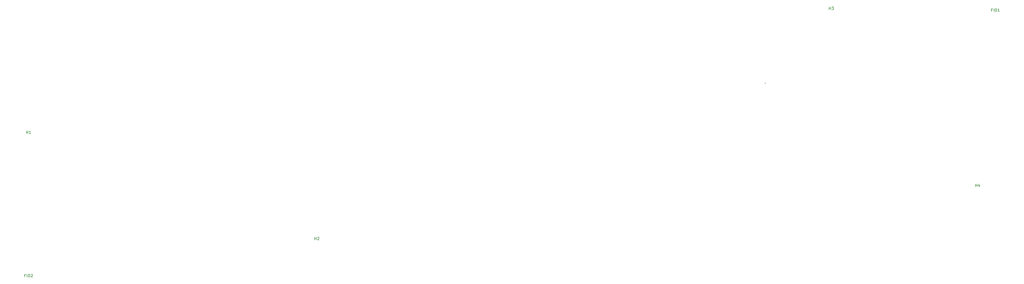
<source format=gto>
G04 #@! TF.GenerationSoftware,KiCad,Pcbnew,(6.0.2)*
G04 #@! TF.CreationDate,2022-02-20T18:10:59+01:00*
G04 #@! TF.ProjectId,Frooastboard Walnut,46726f6f-6173-4746-926f-617264205761,rev?*
G04 #@! TF.SameCoordinates,Original*
G04 #@! TF.FileFunction,Legend,Top*
G04 #@! TF.FilePolarity,Positive*
%FSLAX46Y46*%
G04 Gerber Fmt 4.6, Leading zero omitted, Abs format (unit mm)*
G04 Created by KiCad (PCBNEW (6.0.2)) date 2022-02-20 18:10:59*
%MOMM*%
%LPD*%
G01*
G04 APERTURE LIST*
%ADD10C,0.150000*%
%ADD11C,0.185000*%
%ADD12C,1.750000*%
%ADD13C,3.987800*%
%ADD14C,3.200000*%
%ADD15C,3.048000*%
%ADD16C,2.000000*%
%ADD17C,0.650000*%
%ADD18O,1.000000X1.600000*%
%ADD19O,1.000000X2.100000*%
G04 APERTURE END LIST*
D10*
X23844345Y-65708630D02*
X23844345Y-64708630D01*
X23844345Y-65184821D02*
X24415773Y-65184821D01*
X24415773Y-65708630D02*
X24415773Y-64708630D01*
X25415773Y-65708630D02*
X24844345Y-65708630D01*
X25130059Y-65708630D02*
X25130059Y-64708630D01*
X25034821Y-64851488D01*
X24939583Y-64946726D01*
X24844345Y-64994345D01*
X363569345Y-84758630D02*
X363569345Y-83758630D01*
X363569345Y-84234821D02*
X364140773Y-84234821D01*
X364140773Y-84758630D02*
X364140773Y-83758630D01*
X365045535Y-84091964D02*
X365045535Y-84758630D01*
X364807440Y-83711011D02*
X364569345Y-84425297D01*
X365188392Y-84425297D01*
X311181845Y-21258630D02*
X311181845Y-20258630D01*
X311181845Y-20734821D02*
X311753273Y-20734821D01*
X311753273Y-21258630D02*
X311753273Y-20258630D01*
X312134226Y-20258630D02*
X312753273Y-20258630D01*
X312419940Y-20639583D01*
X312562797Y-20639583D01*
X312658035Y-20687202D01*
X312705654Y-20734821D01*
X312753273Y-20830059D01*
X312753273Y-21068154D01*
X312705654Y-21163392D01*
X312658035Y-21211011D01*
X312562797Y-21258630D01*
X312277083Y-21258630D01*
X312181845Y-21211011D01*
X312134226Y-21163392D01*
X369609821Y-21359821D02*
X369276488Y-21359821D01*
X369276488Y-21883630D02*
X369276488Y-20883630D01*
X369752678Y-20883630D01*
X370133630Y-21883630D02*
X370133630Y-20883630D01*
X370609821Y-21883630D02*
X370609821Y-20883630D01*
X370847916Y-20883630D01*
X370990773Y-20931250D01*
X371086011Y-21026488D01*
X371133630Y-21121726D01*
X371181250Y-21312202D01*
X371181250Y-21455059D01*
X371133630Y-21645535D01*
X371086011Y-21740773D01*
X370990773Y-21836011D01*
X370847916Y-21883630D01*
X370609821Y-21883630D01*
X372133630Y-21883630D02*
X371562202Y-21883630D01*
X371847916Y-21883630D02*
X371847916Y-20883630D01*
X371752678Y-21026488D01*
X371657440Y-21121726D01*
X371562202Y-21169345D01*
X23534821Y-116609821D02*
X23201488Y-116609821D01*
X23201488Y-117133630D02*
X23201488Y-116133630D01*
X23677678Y-116133630D01*
X24058630Y-117133630D02*
X24058630Y-116133630D01*
X24534821Y-117133630D02*
X24534821Y-116133630D01*
X24772916Y-116133630D01*
X24915773Y-116181250D01*
X25011011Y-116276488D01*
X25058630Y-116371726D01*
X25106250Y-116562202D01*
X25106250Y-116705059D01*
X25058630Y-116895535D01*
X25011011Y-116990773D01*
X24915773Y-117086011D01*
X24772916Y-117133630D01*
X24534821Y-117133630D01*
X25487202Y-116228869D02*
X25534821Y-116181250D01*
X25630059Y-116133630D01*
X25868154Y-116133630D01*
X25963392Y-116181250D01*
X26011011Y-116228869D01*
X26058630Y-116324107D01*
X26058630Y-116419345D01*
X26011011Y-116562202D01*
X25439583Y-117133630D01*
X26058630Y-117133630D01*
X127031845Y-103808630D02*
X127031845Y-102808630D01*
X127031845Y-103284821D02*
X127603273Y-103284821D01*
X127603273Y-103808630D02*
X127603273Y-102808630D01*
X128031845Y-102903869D02*
X128079464Y-102856250D01*
X128174702Y-102808630D01*
X128412797Y-102808630D01*
X128508035Y-102856250D01*
X128555654Y-102903869D01*
X128603273Y-102999107D01*
X128603273Y-103094345D01*
X128555654Y-103237202D01*
X127984226Y-103808630D01*
X128603273Y-103808630D01*
D11*
X288382500Y-47593250D02*
G75*
G03*
X288382500Y-47593250I-92500J0D01*
G01*
%LPC*%
D12*
X359251250Y-30956250D03*
X369411250Y-30956250D03*
D13*
X364331250Y-30956250D03*
D12*
X236061250Y-50006250D03*
X225901250Y-50006250D03*
D13*
X230981250Y-50006250D03*
D12*
X231298750Y-88106250D03*
D13*
X226218750Y-88106250D03*
D12*
X221138750Y-88106250D03*
X217011250Y-50006250D03*
D13*
X211931250Y-50006250D03*
D12*
X206851250Y-50006250D03*
D13*
X245268750Y-88106250D03*
D12*
X250348750Y-88106250D03*
X240188750Y-88106250D03*
X78898750Y-88106250D03*
D13*
X73818750Y-88106250D03*
D12*
X68738750Y-88106250D03*
D13*
X121443750Y-69056250D03*
D12*
X126523750Y-69056250D03*
X116363750Y-69056250D03*
D13*
X250031250Y-50006250D03*
D12*
X244951250Y-50006250D03*
X255111250Y-50006250D03*
X242570000Y-107156250D03*
X252730000Y-107156250D03*
D13*
X247650000Y-107156250D03*
D12*
X40798750Y-50006250D03*
D13*
X35718750Y-50006250D03*
D12*
X30638750Y-50006250D03*
X102711250Y-50006250D03*
X92551250Y-50006250D03*
D13*
X97631250Y-50006250D03*
D12*
X216376250Y-30956250D03*
X226536250Y-30956250D03*
D13*
X221456250Y-30956250D03*
X116681250Y-50006250D03*
D12*
X111601250Y-50006250D03*
X121761250Y-50006250D03*
D14*
X24606250Y-69056250D03*
D12*
X174148750Y-88106250D03*
X163988750Y-88106250D03*
D13*
X169068750Y-88106250D03*
D12*
X197326250Y-30956250D03*
X207486250Y-30956250D03*
D13*
X202406250Y-30956250D03*
X197643750Y-69056250D03*
D12*
X192563750Y-69056250D03*
X202723750Y-69056250D03*
X202088750Y-88106250D03*
X212248750Y-88106250D03*
D13*
X207168750Y-88106250D03*
D14*
X364331250Y-88106250D03*
D12*
X144938750Y-88106250D03*
X155098750Y-88106250D03*
D13*
X150018750Y-88106250D03*
X92868750Y-88106250D03*
D12*
X87788750Y-88106250D03*
X97948750Y-88106250D03*
X131286250Y-30956250D03*
D13*
X126206250Y-30956250D03*
D12*
X121126250Y-30956250D03*
D13*
X326231250Y-30956250D03*
D12*
X321151250Y-30956250D03*
X331311250Y-30956250D03*
D13*
X235743750Y-69056250D03*
D12*
X230663750Y-69056250D03*
X240823750Y-69056250D03*
X147320000Y-107156250D03*
D15*
X102400100Y-100171250D03*
D13*
X202399900Y-115411250D03*
D15*
X202399900Y-100171250D03*
D13*
X152400000Y-107156250D03*
X102400100Y-115411250D03*
D12*
X157480000Y-107156250D03*
D13*
X183356250Y-30956250D03*
D12*
X178276250Y-30956250D03*
X188436250Y-30956250D03*
X249713750Y-69056250D03*
D13*
X254793750Y-69056250D03*
D12*
X259873750Y-69056250D03*
X264001250Y-50006250D03*
X274161250Y-50006250D03*
D13*
X269081250Y-50006250D03*
D14*
X311943750Y-24606250D03*
D13*
X364331250Y-107156250D03*
D12*
X359251250Y-107156250D03*
X369411250Y-107156250D03*
D13*
X38100000Y-69056250D03*
D12*
X33020000Y-69056250D03*
X43180000Y-69056250D03*
X331311250Y-107156250D03*
X321151250Y-107156250D03*
D13*
X326231250Y-107156250D03*
X50006250Y-30956250D03*
D12*
X44926250Y-30956250D03*
X55086250Y-30956250D03*
X62230000Y-107156250D03*
D13*
X57150000Y-107156250D03*
D12*
X52070000Y-107156250D03*
D16*
X373856250Y-21431250D03*
D13*
X140493750Y-69056250D03*
D12*
X145573750Y-69056250D03*
X135413750Y-69056250D03*
X293211250Y-30956250D03*
D15*
X300037500Y-23971250D03*
X276225000Y-23971250D03*
D12*
X283051250Y-30956250D03*
D13*
X300037500Y-39211250D03*
X288131250Y-30956250D03*
X276225000Y-39211250D03*
D12*
X187801250Y-50006250D03*
D13*
X192881250Y-50006250D03*
D12*
X197961250Y-50006250D03*
X321151250Y-50006250D03*
X331311250Y-50006250D03*
D13*
X326231250Y-50006250D03*
D12*
X193198750Y-88106250D03*
D13*
X188118750Y-88106250D03*
D12*
X183038750Y-88106250D03*
X59213750Y-69056250D03*
D13*
X64293750Y-69056250D03*
D12*
X69373750Y-69056250D03*
X173513750Y-69056250D03*
D13*
X178593750Y-69056250D03*
D12*
X183673750Y-69056250D03*
D16*
X21431250Y-116681250D03*
D13*
X111918750Y-88106250D03*
D12*
X116998750Y-88106250D03*
X106838750Y-88106250D03*
D13*
X285750000Y-69056250D03*
X297656250Y-77311250D03*
X273843750Y-77311250D03*
D12*
X290830000Y-69056250D03*
D15*
X297656250Y-62071250D03*
X273843750Y-62071250D03*
D12*
X280670000Y-69056250D03*
D13*
X33337500Y-107156250D03*
D12*
X38417500Y-107156250D03*
X28257500Y-107156250D03*
X74136250Y-30956250D03*
D13*
X69056250Y-30956250D03*
D12*
X63976250Y-30956250D03*
X73501250Y-50006250D03*
D13*
X78581250Y-50006250D03*
D12*
X83661250Y-50006250D03*
D13*
X107156250Y-30956250D03*
D12*
X112236250Y-30956250D03*
X102076250Y-30956250D03*
D13*
X273843750Y-69056250D03*
D12*
X268763750Y-69056250D03*
X278923750Y-69056250D03*
D13*
X345281250Y-30956250D03*
D12*
X340201250Y-30956250D03*
X350361250Y-30956250D03*
X218757500Y-107156250D03*
X228917500Y-107156250D03*
D13*
X223837500Y-107156250D03*
D12*
X169386250Y-30956250D03*
X159226250Y-30956250D03*
D13*
X164306250Y-30956250D03*
D12*
X49688750Y-88106250D03*
D13*
X54768750Y-88106250D03*
D12*
X59848750Y-88106250D03*
D13*
X88106250Y-30956250D03*
D12*
X93186250Y-30956250D03*
X83026250Y-30956250D03*
X88423750Y-69056250D03*
X78263750Y-69056250D03*
D13*
X83343750Y-69056250D03*
D12*
X97313750Y-69056250D03*
X107473750Y-69056250D03*
D13*
X102393750Y-69056250D03*
X240506250Y-30956250D03*
D12*
X235426250Y-30956250D03*
X245586250Y-30956250D03*
D14*
X127793750Y-107156250D03*
D12*
X140176250Y-30956250D03*
D13*
X145256250Y-30956250D03*
D12*
X150336250Y-30956250D03*
D13*
X271462500Y-107156250D03*
D12*
X266382500Y-107156250D03*
X276542500Y-107156250D03*
D13*
X216693750Y-69056250D03*
D12*
X211613750Y-69056250D03*
X221773750Y-69056250D03*
X37782500Y-88106250D03*
D15*
X54768750Y-81121250D03*
D13*
X30956250Y-96361250D03*
X54768750Y-96361250D03*
D15*
X30956250Y-81121250D03*
D12*
X47942500Y-88106250D03*
D13*
X42862500Y-88106250D03*
D12*
X300355000Y-59531250D03*
D15*
X288290000Y-71469250D03*
D12*
X290195000Y-59531250D03*
D13*
X303530000Y-47593250D03*
X303530000Y-71469250D03*
X295275000Y-59531250D03*
D12*
X125888750Y-88106250D03*
X136048750Y-88106250D03*
D13*
X130968750Y-88106250D03*
D12*
X28257500Y-88106250D03*
X38417500Y-88106250D03*
D13*
X33337500Y-88106250D03*
D12*
X297973750Y-50006250D03*
D13*
X292893750Y-50006250D03*
D12*
X287813750Y-50006250D03*
X369411250Y-50006250D03*
X359251250Y-50006250D03*
D13*
X364331250Y-50006250D03*
D12*
X340201250Y-88106250D03*
X350361250Y-88106250D03*
D13*
X345281250Y-88106250D03*
X173831250Y-50006250D03*
D12*
X168751250Y-50006250D03*
X178911250Y-50006250D03*
X54451250Y-50006250D03*
D13*
X59531250Y-50006250D03*
D12*
X64611250Y-50006250D03*
X350361250Y-50006250D03*
X340201250Y-50006250D03*
D13*
X345281250Y-50006250D03*
X295275000Y-107156250D03*
D12*
X300355000Y-107156250D03*
X290195000Y-107156250D03*
X154463750Y-69056250D03*
D13*
X159543750Y-69056250D03*
D12*
X164623750Y-69056250D03*
D13*
X154781250Y-50006250D03*
D12*
X159861250Y-50006250D03*
X149701250Y-50006250D03*
X350361250Y-107156250D03*
X340201250Y-107156250D03*
D13*
X345281250Y-107156250D03*
X30956250Y-30956250D03*
D12*
X36036250Y-30956250D03*
X25876250Y-30956250D03*
X75882500Y-107156250D03*
X86042500Y-107156250D03*
D13*
X80962500Y-107156250D03*
D12*
X264636250Y-30956250D03*
D13*
X259556250Y-30956250D03*
D12*
X254476250Y-30956250D03*
D13*
X280987500Y-88106250D03*
D15*
X269081250Y-81121250D03*
D12*
X286067500Y-88106250D03*
X275907500Y-88106250D03*
D15*
X292893750Y-81121250D03*
D13*
X292893750Y-96361250D03*
X269081250Y-96361250D03*
D12*
X140811250Y-50006250D03*
D13*
X135731250Y-50006250D03*
D12*
X130651250Y-50006250D03*
D17*
X195771250Y-24076250D03*
X189991250Y-24076250D03*
D18*
X197201250Y-20426250D03*
X188561250Y-20426250D03*
D19*
X197201250Y-24606250D03*
X188561250Y-24606250D03*
M02*

</source>
